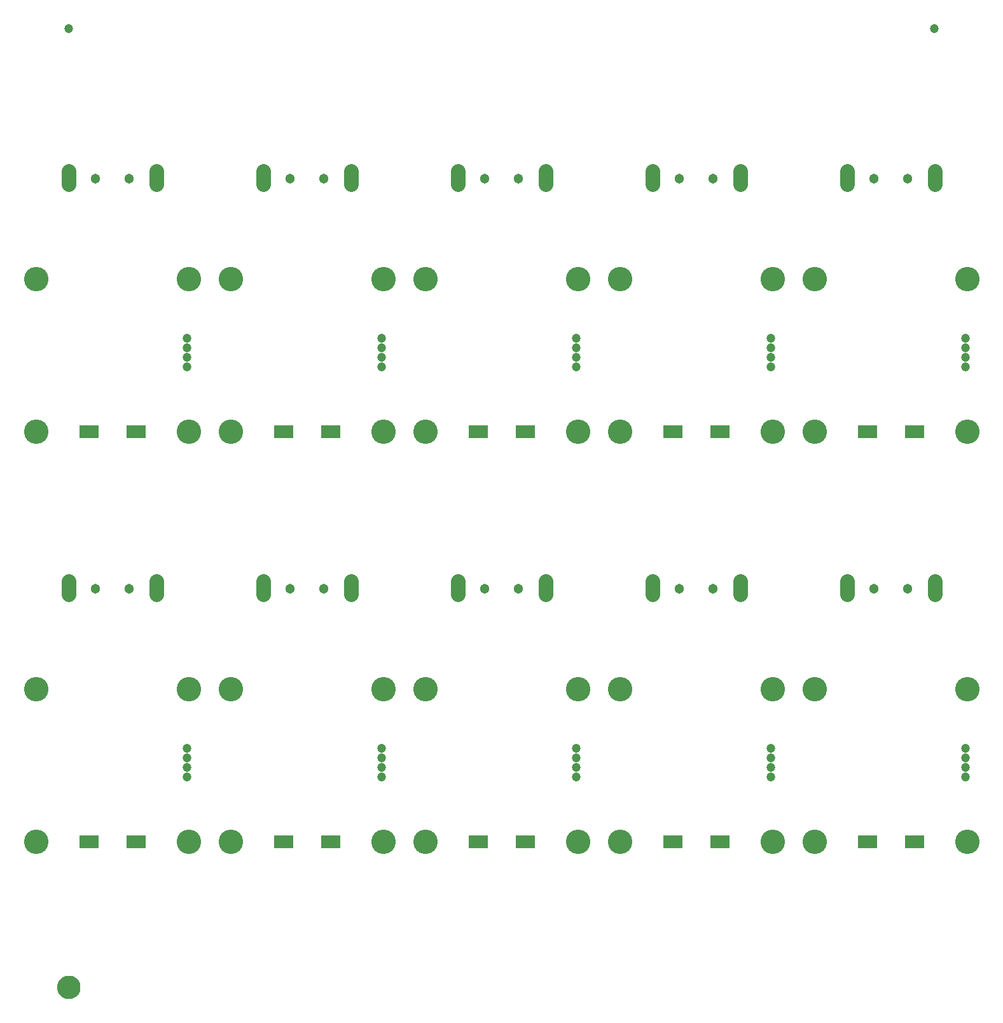
<source format=gbs>
G04 EAGLE Gerber RS-274X export*
G75*
%MOMM*%
%FSLAX34Y34*%
%LPD*%
%INSoldermask Bottom*%
%IPPOS*%
%AMOC8*
5,1,8,0,0,1.08239X$1,22.5*%
G01*
%ADD10C,1.203200*%
%ADD11C,1.981200*%
%ADD12C,1.303200*%
%ADD13C,1.003200*%
%ADD14C,3.251200*%
%ADD15R,2.503200X1.803200*%
%ADD16C,1.270000*%
%ADD17C,1.703200*%


D10*
X226060Y149860D03*
X226060Y137160D03*
X226060Y124460D03*
X226060Y111760D03*
D11*
X185500Y354310D02*
X185500Y372090D01*
X68500Y372090D02*
X68500Y354310D01*
D12*
X149500Y362500D03*
X104500Y362500D03*
D13*
X68500Y359200D03*
X68500Y355200D03*
X68500Y367200D03*
X68500Y371200D03*
X185500Y359200D03*
X185500Y355200D03*
X185500Y367200D03*
X185500Y371200D03*
D14*
X25400Y25400D03*
X228600Y25400D03*
X25400Y228600D03*
X228600Y228600D03*
D15*
X158500Y25400D03*
X95500Y25400D03*
D10*
X485140Y149860D03*
X485140Y137160D03*
X485140Y124460D03*
X485140Y111760D03*
D11*
X444580Y354310D02*
X444580Y372090D01*
X327580Y372090D02*
X327580Y354310D01*
D12*
X408580Y362500D03*
X363580Y362500D03*
D13*
X327580Y359200D03*
X327580Y355200D03*
X327580Y367200D03*
X327580Y371200D03*
X444580Y359200D03*
X444580Y355200D03*
X444580Y367200D03*
X444580Y371200D03*
D14*
X284480Y25400D03*
X487680Y25400D03*
X284480Y228600D03*
X487680Y228600D03*
D15*
X417580Y25400D03*
X354580Y25400D03*
D10*
X744220Y149860D03*
X744220Y137160D03*
X744220Y124460D03*
X744220Y111760D03*
D11*
X703660Y354310D02*
X703660Y372090D01*
X586660Y372090D02*
X586660Y354310D01*
D12*
X667660Y362500D03*
X622660Y362500D03*
D13*
X586660Y359200D03*
X586660Y355200D03*
X586660Y367200D03*
X586660Y371200D03*
X703660Y359200D03*
X703660Y355200D03*
X703660Y367200D03*
X703660Y371200D03*
D14*
X543560Y25400D03*
X746760Y25400D03*
X543560Y228600D03*
X746760Y228600D03*
D15*
X676660Y25400D03*
X613660Y25400D03*
D10*
X1003300Y149860D03*
X1003300Y137160D03*
X1003300Y124460D03*
X1003300Y111760D03*
D11*
X962740Y354310D02*
X962740Y372090D01*
X845740Y372090D02*
X845740Y354310D01*
D12*
X926740Y362500D03*
X881740Y362500D03*
D13*
X845740Y359200D03*
X845740Y355200D03*
X845740Y367200D03*
X845740Y371200D03*
X962740Y359200D03*
X962740Y355200D03*
X962740Y367200D03*
X962740Y371200D03*
D14*
X802640Y25400D03*
X1005840Y25400D03*
X802640Y228600D03*
X1005840Y228600D03*
D15*
X935740Y25400D03*
X872740Y25400D03*
D10*
X1262380Y149860D03*
X1262380Y137160D03*
X1262380Y124460D03*
X1262380Y111760D03*
D11*
X1221820Y354310D02*
X1221820Y372090D01*
X1104820Y372090D02*
X1104820Y354310D01*
D12*
X1185820Y362500D03*
X1140820Y362500D03*
D13*
X1104820Y359200D03*
X1104820Y355200D03*
X1104820Y367200D03*
X1104820Y371200D03*
X1221820Y359200D03*
X1221820Y355200D03*
X1221820Y367200D03*
X1221820Y371200D03*
D14*
X1061720Y25400D03*
X1264920Y25400D03*
X1061720Y228600D03*
X1264920Y228600D03*
D15*
X1194820Y25400D03*
X1131820Y25400D03*
D10*
X226060Y695960D03*
X226060Y683260D03*
X226060Y670560D03*
X226060Y657860D03*
D11*
X185500Y900410D02*
X185500Y918190D01*
X68500Y918190D02*
X68500Y900410D01*
D12*
X149500Y908600D03*
X104500Y908600D03*
D13*
X68500Y905300D03*
X68500Y901300D03*
X68500Y913300D03*
X68500Y917300D03*
X185500Y905300D03*
X185500Y901300D03*
X185500Y913300D03*
X185500Y917300D03*
D14*
X25400Y571500D03*
X228600Y571500D03*
X25400Y774700D03*
X228600Y774700D03*
D15*
X158500Y571500D03*
X95500Y571500D03*
D10*
X485140Y695960D03*
X485140Y683260D03*
X485140Y670560D03*
X485140Y657860D03*
D11*
X444580Y900410D02*
X444580Y918190D01*
X327580Y918190D02*
X327580Y900410D01*
D12*
X408580Y908600D03*
X363580Y908600D03*
D13*
X327580Y905300D03*
X327580Y901300D03*
X327580Y913300D03*
X327580Y917300D03*
X444580Y905300D03*
X444580Y901300D03*
X444580Y913300D03*
X444580Y917300D03*
D14*
X284480Y571500D03*
X487680Y571500D03*
X284480Y774700D03*
X487680Y774700D03*
D15*
X417580Y571500D03*
X354580Y571500D03*
D10*
X744220Y695960D03*
X744220Y683260D03*
X744220Y670560D03*
X744220Y657860D03*
D11*
X703660Y900410D02*
X703660Y918190D01*
X586660Y918190D02*
X586660Y900410D01*
D12*
X667660Y908600D03*
X622660Y908600D03*
D13*
X586660Y905300D03*
X586660Y901300D03*
X586660Y913300D03*
X586660Y917300D03*
X703660Y905300D03*
X703660Y901300D03*
X703660Y913300D03*
X703660Y917300D03*
D14*
X543560Y571500D03*
X746760Y571500D03*
X543560Y774700D03*
X746760Y774700D03*
D15*
X676660Y571500D03*
X613660Y571500D03*
D10*
X1003300Y695960D03*
X1003300Y683260D03*
X1003300Y670560D03*
X1003300Y657860D03*
D11*
X962740Y900410D02*
X962740Y918190D01*
X845740Y918190D02*
X845740Y900410D01*
D12*
X926740Y908600D03*
X881740Y908600D03*
D13*
X845740Y905300D03*
X845740Y901300D03*
X845740Y913300D03*
X845740Y917300D03*
X962740Y905300D03*
X962740Y901300D03*
X962740Y913300D03*
X962740Y917300D03*
D14*
X802640Y571500D03*
X1005840Y571500D03*
X802640Y774700D03*
X1005840Y774700D03*
D15*
X935740Y571500D03*
X872740Y571500D03*
D10*
X1262380Y695960D03*
X1262380Y683260D03*
X1262380Y670560D03*
X1262380Y657860D03*
D11*
X1221820Y900410D02*
X1221820Y918190D01*
X1104820Y918190D02*
X1104820Y900410D01*
D12*
X1185820Y908600D03*
X1140820Y908600D03*
D13*
X1104820Y905300D03*
X1104820Y901300D03*
X1104820Y913300D03*
X1104820Y917300D03*
X1221820Y905300D03*
X1221820Y901300D03*
X1221820Y913300D03*
X1221820Y917300D03*
D14*
X1061720Y571500D03*
X1264920Y571500D03*
X1061720Y774700D03*
X1264920Y774700D03*
D15*
X1194820Y571500D03*
X1131820Y571500D03*
D10*
X68580Y1108075D03*
X1221105Y1108075D03*
D16*
X59525Y-168275D02*
X59528Y-168053D01*
X59536Y-167831D01*
X59550Y-167609D01*
X59569Y-167387D01*
X59593Y-167167D01*
X59623Y-166946D01*
X59658Y-166727D01*
X59699Y-166508D01*
X59745Y-166291D01*
X59796Y-166075D01*
X59853Y-165860D01*
X59915Y-165646D01*
X59982Y-165435D01*
X60054Y-165224D01*
X60132Y-165016D01*
X60214Y-164810D01*
X60302Y-164606D01*
X60394Y-164403D01*
X60492Y-164204D01*
X60594Y-164007D01*
X60701Y-163812D01*
X60813Y-163620D01*
X60930Y-163431D01*
X61051Y-163244D01*
X61177Y-163061D01*
X61307Y-162881D01*
X61442Y-162704D01*
X61580Y-162531D01*
X61723Y-162361D01*
X61871Y-162194D01*
X62022Y-162031D01*
X62177Y-161872D01*
X62336Y-161717D01*
X62499Y-161566D01*
X62666Y-161418D01*
X62836Y-161275D01*
X63009Y-161137D01*
X63186Y-161002D01*
X63366Y-160872D01*
X63549Y-160746D01*
X63736Y-160625D01*
X63925Y-160508D01*
X64117Y-160396D01*
X64312Y-160289D01*
X64509Y-160187D01*
X64708Y-160089D01*
X64911Y-159997D01*
X65115Y-159909D01*
X65321Y-159827D01*
X65529Y-159749D01*
X65740Y-159677D01*
X65951Y-159610D01*
X66165Y-159548D01*
X66380Y-159491D01*
X66596Y-159440D01*
X66813Y-159394D01*
X67032Y-159353D01*
X67251Y-159318D01*
X67472Y-159288D01*
X67692Y-159264D01*
X67914Y-159245D01*
X68136Y-159231D01*
X68358Y-159223D01*
X68580Y-159220D01*
X68802Y-159223D01*
X69024Y-159231D01*
X69246Y-159245D01*
X69468Y-159264D01*
X69688Y-159288D01*
X69909Y-159318D01*
X70128Y-159353D01*
X70347Y-159394D01*
X70564Y-159440D01*
X70780Y-159491D01*
X70995Y-159548D01*
X71209Y-159610D01*
X71420Y-159677D01*
X71631Y-159749D01*
X71839Y-159827D01*
X72045Y-159909D01*
X72249Y-159997D01*
X72452Y-160089D01*
X72651Y-160187D01*
X72848Y-160289D01*
X73043Y-160396D01*
X73235Y-160508D01*
X73424Y-160625D01*
X73611Y-160746D01*
X73794Y-160872D01*
X73974Y-161002D01*
X74151Y-161137D01*
X74324Y-161275D01*
X74494Y-161418D01*
X74661Y-161566D01*
X74824Y-161717D01*
X74983Y-161872D01*
X75138Y-162031D01*
X75289Y-162194D01*
X75437Y-162361D01*
X75580Y-162531D01*
X75718Y-162704D01*
X75853Y-162881D01*
X75983Y-163061D01*
X76109Y-163244D01*
X76230Y-163431D01*
X76347Y-163620D01*
X76459Y-163812D01*
X76566Y-164007D01*
X76668Y-164204D01*
X76766Y-164403D01*
X76858Y-164606D01*
X76946Y-164810D01*
X77028Y-165016D01*
X77106Y-165224D01*
X77178Y-165435D01*
X77245Y-165646D01*
X77307Y-165860D01*
X77364Y-166075D01*
X77415Y-166291D01*
X77461Y-166508D01*
X77502Y-166727D01*
X77537Y-166946D01*
X77567Y-167167D01*
X77591Y-167387D01*
X77610Y-167609D01*
X77624Y-167831D01*
X77632Y-168053D01*
X77635Y-168275D01*
X77632Y-168497D01*
X77624Y-168719D01*
X77610Y-168941D01*
X77591Y-169163D01*
X77567Y-169383D01*
X77537Y-169604D01*
X77502Y-169823D01*
X77461Y-170042D01*
X77415Y-170259D01*
X77364Y-170475D01*
X77307Y-170690D01*
X77245Y-170904D01*
X77178Y-171115D01*
X77106Y-171326D01*
X77028Y-171534D01*
X76946Y-171740D01*
X76858Y-171944D01*
X76766Y-172147D01*
X76668Y-172346D01*
X76566Y-172543D01*
X76459Y-172738D01*
X76347Y-172930D01*
X76230Y-173119D01*
X76109Y-173306D01*
X75983Y-173489D01*
X75853Y-173669D01*
X75718Y-173846D01*
X75580Y-174019D01*
X75437Y-174189D01*
X75289Y-174356D01*
X75138Y-174519D01*
X74983Y-174678D01*
X74824Y-174833D01*
X74661Y-174984D01*
X74494Y-175132D01*
X74324Y-175275D01*
X74151Y-175413D01*
X73974Y-175548D01*
X73794Y-175678D01*
X73611Y-175804D01*
X73424Y-175925D01*
X73235Y-176042D01*
X73043Y-176154D01*
X72848Y-176261D01*
X72651Y-176363D01*
X72452Y-176461D01*
X72249Y-176553D01*
X72045Y-176641D01*
X71839Y-176723D01*
X71631Y-176801D01*
X71420Y-176873D01*
X71209Y-176940D01*
X70995Y-177002D01*
X70780Y-177059D01*
X70564Y-177110D01*
X70347Y-177156D01*
X70128Y-177197D01*
X69909Y-177232D01*
X69688Y-177262D01*
X69468Y-177286D01*
X69246Y-177305D01*
X69024Y-177319D01*
X68802Y-177327D01*
X68580Y-177330D01*
X68358Y-177327D01*
X68136Y-177319D01*
X67914Y-177305D01*
X67692Y-177286D01*
X67472Y-177262D01*
X67251Y-177232D01*
X67032Y-177197D01*
X66813Y-177156D01*
X66596Y-177110D01*
X66380Y-177059D01*
X66165Y-177002D01*
X65951Y-176940D01*
X65740Y-176873D01*
X65529Y-176801D01*
X65321Y-176723D01*
X65115Y-176641D01*
X64911Y-176553D01*
X64708Y-176461D01*
X64509Y-176363D01*
X64312Y-176261D01*
X64117Y-176154D01*
X63925Y-176042D01*
X63736Y-175925D01*
X63549Y-175804D01*
X63366Y-175678D01*
X63186Y-175548D01*
X63009Y-175413D01*
X62836Y-175275D01*
X62666Y-175132D01*
X62499Y-174984D01*
X62336Y-174833D01*
X62177Y-174678D01*
X62022Y-174519D01*
X61871Y-174356D01*
X61723Y-174189D01*
X61580Y-174019D01*
X61442Y-173846D01*
X61307Y-173669D01*
X61177Y-173489D01*
X61051Y-173306D01*
X60930Y-173119D01*
X60813Y-172930D01*
X60701Y-172738D01*
X60594Y-172543D01*
X60492Y-172346D01*
X60394Y-172147D01*
X60302Y-171944D01*
X60214Y-171740D01*
X60132Y-171534D01*
X60054Y-171326D01*
X59982Y-171115D01*
X59915Y-170904D01*
X59853Y-170690D01*
X59796Y-170475D01*
X59745Y-170259D01*
X59699Y-170042D01*
X59658Y-169823D01*
X59623Y-169604D01*
X59593Y-169383D01*
X59569Y-169163D01*
X59550Y-168941D01*
X59536Y-168719D01*
X59528Y-168497D01*
X59525Y-168275D01*
D17*
X68580Y-168275D03*
M02*

</source>
